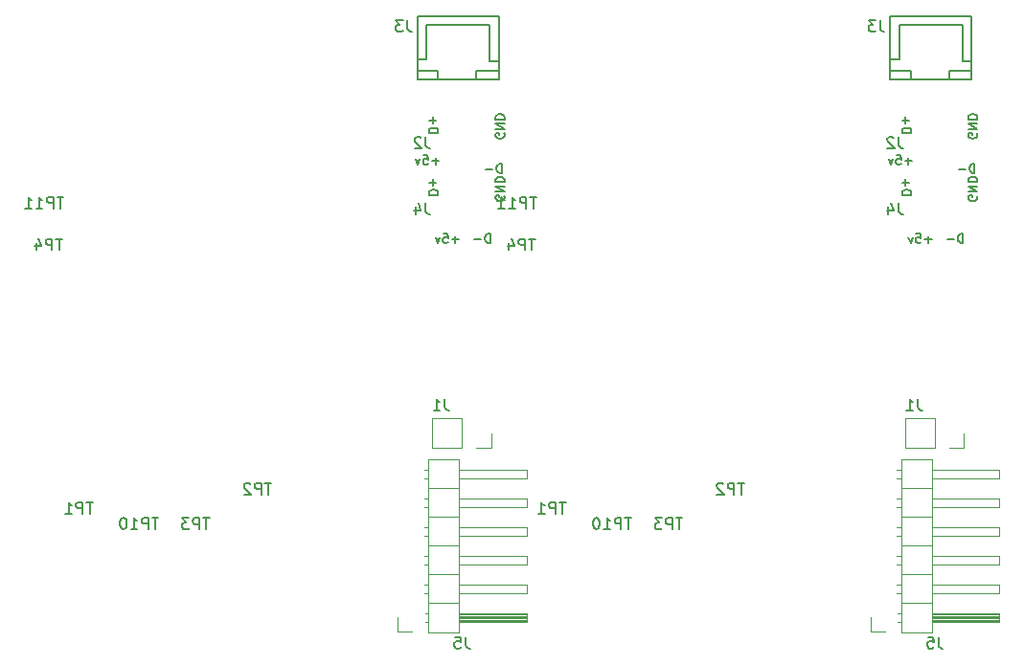
<source format=gbo>
G04 #@! TF.GenerationSoftware,KiCad,Pcbnew,5.0.0-fee4fd1~66~ubuntu16.04.1*
G04 #@! TF.CreationDate,2018-09-16T13:21:58+02:00*
G04 #@! TF.ProjectId,WiRoc_NanoPi_v1_Panelized,5769526F635F4E616E6F50695F76315F,rev?*
G04 #@! TF.SameCoordinates,Original*
G04 #@! TF.FileFunction,Legend,Bot*
G04 #@! TF.FilePolarity,Positive*
%FSLAX46Y46*%
G04 Gerber Fmt 4.6, Leading zero omitted, Abs format (unit mm)*
G04 Created by KiCad (PCBNEW 5.0.0-fee4fd1~66~ubuntu16.04.1) date Sun Sep 16 13:21:58 2018*
%MOMM*%
%LPD*%
G01*
G04 APERTURE LIST*
%ADD10C,0.120000*%
%ADD11C,0.150000*%
G04 APERTURE END LIST*
D10*
G04 #@! TO.C,J1*
X110540900Y-67391200D02*
X110540900Y-64731200D01*
X113140900Y-67391200D02*
X110540900Y-67391200D01*
X113140900Y-64731200D02*
X110540900Y-64731200D01*
X113140900Y-67391200D02*
X113140900Y-64731200D01*
X114410900Y-67391200D02*
X115740900Y-67391200D01*
X115740900Y-67391200D02*
X115740900Y-66061200D01*
G04 #@! TO.C,J5*
X110206000Y-83698000D02*
X110206000Y-68338000D01*
X110206000Y-68338000D02*
X112866000Y-68338000D01*
X112866000Y-68338000D02*
X112866000Y-83698000D01*
X112866000Y-83698000D02*
X110206000Y-83698000D01*
X112866000Y-82748000D02*
X118866000Y-82748000D01*
X118866000Y-82748000D02*
X118866000Y-81988000D01*
X118866000Y-81988000D02*
X112866000Y-81988000D01*
X112866000Y-82688000D02*
X118866000Y-82688000D01*
X112866000Y-82568000D02*
X118866000Y-82568000D01*
X112866000Y-82448000D02*
X118866000Y-82448000D01*
X112866000Y-82328000D02*
X118866000Y-82328000D01*
X112866000Y-82208000D02*
X118866000Y-82208000D01*
X112866000Y-82088000D02*
X118866000Y-82088000D01*
X109876000Y-82748000D02*
X110206000Y-82748000D01*
X109876000Y-81988000D02*
X110206000Y-81988000D01*
X110206000Y-81098000D02*
X112866000Y-81098000D01*
X112866000Y-80208000D02*
X118866000Y-80208000D01*
X118866000Y-80208000D02*
X118866000Y-79448000D01*
X118866000Y-79448000D02*
X112866000Y-79448000D01*
X109808929Y-80208000D02*
X110206000Y-80208000D01*
X109808929Y-79448000D02*
X110206000Y-79448000D01*
X110206000Y-78558000D02*
X112866000Y-78558000D01*
X112866000Y-77668000D02*
X118866000Y-77668000D01*
X118866000Y-77668000D02*
X118866000Y-76908000D01*
X118866000Y-76908000D02*
X112866000Y-76908000D01*
X109808929Y-77668000D02*
X110206000Y-77668000D01*
X109808929Y-76908000D02*
X110206000Y-76908000D01*
X110206000Y-76018000D02*
X112866000Y-76018000D01*
X112866000Y-75128000D02*
X118866000Y-75128000D01*
X118866000Y-75128000D02*
X118866000Y-74368000D01*
X118866000Y-74368000D02*
X112866000Y-74368000D01*
X109808929Y-75128000D02*
X110206000Y-75128000D01*
X109808929Y-74368000D02*
X110206000Y-74368000D01*
X110206000Y-73478000D02*
X112866000Y-73478000D01*
X112866000Y-72588000D02*
X118866000Y-72588000D01*
X118866000Y-72588000D02*
X118866000Y-71828000D01*
X118866000Y-71828000D02*
X112866000Y-71828000D01*
X109808929Y-72588000D02*
X110206000Y-72588000D01*
X109808929Y-71828000D02*
X110206000Y-71828000D01*
X110206000Y-70938000D02*
X112866000Y-70938000D01*
X112866000Y-70048000D02*
X118866000Y-70048000D01*
X118866000Y-70048000D02*
X118866000Y-69288000D01*
X118866000Y-69288000D02*
X112866000Y-69288000D01*
X109808929Y-70048000D02*
X110206000Y-70048000D01*
X109808929Y-69288000D02*
X110206000Y-69288000D01*
X107496000Y-82368000D02*
X107496000Y-83638000D01*
X107496000Y-83638000D02*
X108766000Y-83638000D01*
D11*
G04 #@! TO.C,J3*
X116409000Y-33948000D02*
X114409000Y-33948000D01*
X116409000Y-33148000D02*
X115609000Y-33148000D01*
X114409000Y-33948000D02*
X114409000Y-34748000D01*
X109209000Y-33948000D02*
X110609000Y-33948000D01*
X110609000Y-33948000D02*
X110809000Y-33948000D01*
X110809000Y-33948000D02*
X111009000Y-33948000D01*
X111009000Y-33948000D02*
X111009000Y-34548000D01*
X111009000Y-34548000D02*
X111009000Y-34748000D01*
X111009000Y-34748000D02*
X111009000Y-34548000D01*
X115609000Y-33148000D02*
X115609000Y-29948000D01*
X115609000Y-29948000D02*
X110009000Y-29948000D01*
X110009000Y-29948000D02*
X110009000Y-32948000D01*
X110009000Y-32948000D02*
X109209000Y-32948000D01*
X116409000Y-29148000D02*
X109209000Y-29148000D01*
X109209000Y-29148000D02*
X109209000Y-34748000D01*
X109209000Y-34748000D02*
X116409000Y-34748000D01*
X116409000Y-34748000D02*
X116409000Y-29148000D01*
X74609000Y-34748000D02*
X74609000Y-29148000D01*
X67409000Y-34748000D02*
X74609000Y-34748000D01*
X67409000Y-29148000D02*
X67409000Y-34748000D01*
X74609000Y-29148000D02*
X67409000Y-29148000D01*
X68209000Y-32948000D02*
X67409000Y-32948000D01*
X68209000Y-29948000D02*
X68209000Y-32948000D01*
X73809000Y-29948000D02*
X68209000Y-29948000D01*
X73809000Y-33148000D02*
X73809000Y-29948000D01*
X69209000Y-34748000D02*
X69209000Y-34548000D01*
X69209000Y-34548000D02*
X69209000Y-34748000D01*
X69209000Y-33948000D02*
X69209000Y-34548000D01*
X69009000Y-33948000D02*
X69209000Y-33948000D01*
X68809000Y-33948000D02*
X69009000Y-33948000D01*
X67409000Y-33948000D02*
X68809000Y-33948000D01*
X72609000Y-33948000D02*
X72609000Y-34748000D01*
X74609000Y-33148000D02*
X73809000Y-33148000D01*
X74609000Y-33948000D02*
X72609000Y-33948000D01*
D10*
G04 #@! TO.C,J1*
X73940900Y-67391200D02*
X73940900Y-66061200D01*
X72610900Y-67391200D02*
X73940900Y-67391200D01*
X71340900Y-67391200D02*
X71340900Y-64731200D01*
X71340900Y-64731200D02*
X68740900Y-64731200D01*
X71340900Y-67391200D02*
X68740900Y-67391200D01*
X68740900Y-67391200D02*
X68740900Y-64731200D01*
G04 #@! TO.C,J5*
X65696000Y-83638000D02*
X66966000Y-83638000D01*
X65696000Y-82368000D02*
X65696000Y-83638000D01*
X68008929Y-69288000D02*
X68406000Y-69288000D01*
X68008929Y-70048000D02*
X68406000Y-70048000D01*
X77066000Y-69288000D02*
X71066000Y-69288000D01*
X77066000Y-70048000D02*
X77066000Y-69288000D01*
X71066000Y-70048000D02*
X77066000Y-70048000D01*
X68406000Y-70938000D02*
X71066000Y-70938000D01*
X68008929Y-71828000D02*
X68406000Y-71828000D01*
X68008929Y-72588000D02*
X68406000Y-72588000D01*
X77066000Y-71828000D02*
X71066000Y-71828000D01*
X77066000Y-72588000D02*
X77066000Y-71828000D01*
X71066000Y-72588000D02*
X77066000Y-72588000D01*
X68406000Y-73478000D02*
X71066000Y-73478000D01*
X68008929Y-74368000D02*
X68406000Y-74368000D01*
X68008929Y-75128000D02*
X68406000Y-75128000D01*
X77066000Y-74368000D02*
X71066000Y-74368000D01*
X77066000Y-75128000D02*
X77066000Y-74368000D01*
X71066000Y-75128000D02*
X77066000Y-75128000D01*
X68406000Y-76018000D02*
X71066000Y-76018000D01*
X68008929Y-76908000D02*
X68406000Y-76908000D01*
X68008929Y-77668000D02*
X68406000Y-77668000D01*
X77066000Y-76908000D02*
X71066000Y-76908000D01*
X77066000Y-77668000D02*
X77066000Y-76908000D01*
X71066000Y-77668000D02*
X77066000Y-77668000D01*
X68406000Y-78558000D02*
X71066000Y-78558000D01*
X68008929Y-79448000D02*
X68406000Y-79448000D01*
X68008929Y-80208000D02*
X68406000Y-80208000D01*
X77066000Y-79448000D02*
X71066000Y-79448000D01*
X77066000Y-80208000D02*
X77066000Y-79448000D01*
X71066000Y-80208000D02*
X77066000Y-80208000D01*
X68406000Y-81098000D02*
X71066000Y-81098000D01*
X68076000Y-81988000D02*
X68406000Y-81988000D01*
X68076000Y-82748000D02*
X68406000Y-82748000D01*
X71066000Y-82088000D02*
X77066000Y-82088000D01*
X71066000Y-82208000D02*
X77066000Y-82208000D01*
X71066000Y-82328000D02*
X77066000Y-82328000D01*
X71066000Y-82448000D02*
X77066000Y-82448000D01*
X71066000Y-82568000D02*
X77066000Y-82568000D01*
X71066000Y-82688000D02*
X77066000Y-82688000D01*
X77066000Y-81988000D02*
X71066000Y-81988000D01*
X77066000Y-82748000D02*
X77066000Y-81988000D01*
X71066000Y-82748000D02*
X77066000Y-82748000D01*
X71066000Y-83698000D02*
X68406000Y-83698000D01*
X71066000Y-68338000D02*
X71066000Y-83698000D01*
X68406000Y-68338000D02*
X71066000Y-68338000D01*
X68406000Y-83698000D02*
X68406000Y-68338000D01*
G04 #@! TO.C,J1*
D11*
X111642973Y-63028700D02*
X111642973Y-63742986D01*
X111690592Y-63885843D01*
X111785830Y-63981081D01*
X111928687Y-64028700D01*
X112023925Y-64028700D01*
X110642973Y-64028700D02*
X111214401Y-64028700D01*
X110928687Y-64028700D02*
X110928687Y-63028700D01*
X111023925Y-63171558D01*
X111119163Y-63266796D01*
X111214401Y-63314415D01*
G04 #@! TO.C,TP10*
X86324395Y-73531480D02*
X85752966Y-73531480D01*
X86038680Y-74531480D02*
X86038680Y-73531480D01*
X85419633Y-74531480D02*
X85419633Y-73531480D01*
X85038680Y-73531480D01*
X84943442Y-73579100D01*
X84895823Y-73626719D01*
X84848204Y-73721957D01*
X84848204Y-73864814D01*
X84895823Y-73960052D01*
X84943442Y-74007671D01*
X85038680Y-74055290D01*
X85419633Y-74055290D01*
X83895823Y-74531480D02*
X84467252Y-74531480D01*
X84181538Y-74531480D02*
X84181538Y-73531480D01*
X84276776Y-73674338D01*
X84372014Y-73769576D01*
X84467252Y-73817195D01*
X83276776Y-73531480D02*
X83181538Y-73531480D01*
X83086300Y-73579100D01*
X83038680Y-73626719D01*
X82991061Y-73721957D01*
X82943442Y-73912433D01*
X82943442Y-74150528D01*
X82991061Y-74341004D01*
X83038680Y-74436242D01*
X83086300Y-74483861D01*
X83181538Y-74531480D01*
X83276776Y-74531480D01*
X83372014Y-74483861D01*
X83419633Y-74436242D01*
X83467252Y-74341004D01*
X83514871Y-74150528D01*
X83514871Y-73912433D01*
X83467252Y-73721957D01*
X83419633Y-73626719D01*
X83372014Y-73579100D01*
X83276776Y-73531480D01*
G04 #@! TO.C,TP1*
X80526904Y-72164960D02*
X79955476Y-72164960D01*
X80241190Y-73164960D02*
X80241190Y-72164960D01*
X79622142Y-73164960D02*
X79622142Y-72164960D01*
X79241190Y-72164960D01*
X79145952Y-72212580D01*
X79098333Y-72260199D01*
X79050714Y-72355437D01*
X79050714Y-72498294D01*
X79098333Y-72593532D01*
X79145952Y-72641151D01*
X79241190Y-72688770D01*
X79622142Y-72688770D01*
X78098333Y-73164960D02*
X78669761Y-73164960D01*
X78384047Y-73164960D02*
X78384047Y-72164960D01*
X78479285Y-72307818D01*
X78574523Y-72403056D01*
X78669761Y-72450675D01*
G04 #@! TO.C,TP11*
X77937315Y-45154600D02*
X77365886Y-45154600D01*
X77651600Y-46154600D02*
X77651600Y-45154600D01*
X77032553Y-46154600D02*
X77032553Y-45154600D01*
X76651600Y-45154600D01*
X76556362Y-45202220D01*
X76508743Y-45249839D01*
X76461124Y-45345077D01*
X76461124Y-45487934D01*
X76508743Y-45583172D01*
X76556362Y-45630791D01*
X76651600Y-45678410D01*
X77032553Y-45678410D01*
X75508743Y-46154600D02*
X76080172Y-46154600D01*
X75794458Y-46154600D02*
X75794458Y-45154600D01*
X75889696Y-45297458D01*
X75984934Y-45392696D01*
X76080172Y-45440315D01*
X74556362Y-46154600D02*
X75127791Y-46154600D01*
X74842077Y-46154600D02*
X74842077Y-45154600D01*
X74937315Y-45297458D01*
X75032553Y-45392696D01*
X75127791Y-45440315D01*
G04 #@! TO.C,J2*
X109951333Y-39838380D02*
X109951333Y-40552666D01*
X109998952Y-40695523D01*
X110094190Y-40790761D01*
X110237047Y-40838380D01*
X110332285Y-40838380D01*
X109522761Y-39933619D02*
X109475142Y-39886000D01*
X109379904Y-39838380D01*
X109141809Y-39838380D01*
X109046571Y-39886000D01*
X108998952Y-39933619D01*
X108951333Y-40028857D01*
X108951333Y-40124095D01*
X108998952Y-40266952D01*
X109570380Y-40838380D01*
X108951333Y-40838380D01*
X111116476Y-41967142D02*
X110506952Y-41967142D01*
X110811714Y-42271904D02*
X110811714Y-41662380D01*
X109745047Y-41471904D02*
X110126000Y-41471904D01*
X110164095Y-41852857D01*
X110126000Y-41814761D01*
X110049809Y-41776666D01*
X109859333Y-41776666D01*
X109783142Y-41814761D01*
X109745047Y-41852857D01*
X109706952Y-41929047D01*
X109706952Y-42119523D01*
X109745047Y-42195714D01*
X109783142Y-42233809D01*
X109859333Y-42271904D01*
X110049809Y-42271904D01*
X110126000Y-42233809D01*
X110164095Y-42195714D01*
X109440285Y-41738571D02*
X109249809Y-42271904D01*
X109059333Y-41738571D01*
X116672761Y-43033904D02*
X116672761Y-42233904D01*
X116482285Y-42233904D01*
X116368000Y-42272000D01*
X116291809Y-42348190D01*
X116253714Y-42424380D01*
X116215619Y-42576761D01*
X116215619Y-42691047D01*
X116253714Y-42843428D01*
X116291809Y-42919619D01*
X116368000Y-42995809D01*
X116482285Y-43033904D01*
X116672761Y-43033904D01*
X115872761Y-42729142D02*
X115263238Y-42729142D01*
X116876000Y-39517523D02*
X116914095Y-39593714D01*
X116914095Y-39708000D01*
X116876000Y-39822285D01*
X116799809Y-39898476D01*
X116723619Y-39936571D01*
X116571238Y-39974666D01*
X116456952Y-39974666D01*
X116304571Y-39936571D01*
X116228380Y-39898476D01*
X116152190Y-39822285D01*
X116114095Y-39708000D01*
X116114095Y-39631809D01*
X116152190Y-39517523D01*
X116190285Y-39479428D01*
X116456952Y-39479428D01*
X116456952Y-39631809D01*
X116114095Y-39136571D02*
X116914095Y-39136571D01*
X116114095Y-38679428D01*
X116914095Y-38679428D01*
X116114095Y-38298476D02*
X116914095Y-38298476D01*
X116914095Y-38108000D01*
X116876000Y-37993714D01*
X116799809Y-37917523D01*
X116723619Y-37879428D01*
X116571238Y-37841333D01*
X116456952Y-37841333D01*
X116304571Y-37879428D01*
X116228380Y-37917523D01*
X116152190Y-37993714D01*
X116114095Y-38108000D01*
X116114095Y-38298476D01*
X110253095Y-39485761D02*
X111053095Y-39485761D01*
X111053095Y-39295285D01*
X111015000Y-39181000D01*
X110938809Y-39104809D01*
X110862619Y-39066714D01*
X110710238Y-39028619D01*
X110595952Y-39028619D01*
X110443571Y-39066714D01*
X110367380Y-39104809D01*
X110291190Y-39181000D01*
X110253095Y-39295285D01*
X110253095Y-39485761D01*
X110557857Y-38685761D02*
X110557857Y-38076238D01*
X110253095Y-38381000D02*
X110862619Y-38381000D01*
G04 #@! TO.C,TP2*
X96305384Y-70465700D02*
X95733956Y-70465700D01*
X96019670Y-71465700D02*
X96019670Y-70465700D01*
X95400622Y-71465700D02*
X95400622Y-70465700D01*
X95019670Y-70465700D01*
X94924432Y-70513320D01*
X94876813Y-70560939D01*
X94829194Y-70656177D01*
X94829194Y-70799034D01*
X94876813Y-70894272D01*
X94924432Y-70941891D01*
X95019670Y-70989510D01*
X95400622Y-70989510D01*
X94448241Y-70560939D02*
X94400622Y-70513320D01*
X94305384Y-70465700D01*
X94067289Y-70465700D01*
X93972051Y-70513320D01*
X93924432Y-70560939D01*
X93876813Y-70656177D01*
X93876813Y-70751415D01*
X93924432Y-70894272D01*
X94495860Y-71465700D01*
X93876813Y-71465700D01*
G04 #@! TO.C,J5*
X113484333Y-84090380D02*
X113484333Y-84804666D01*
X113531952Y-84947523D01*
X113627190Y-85042761D01*
X113770047Y-85090380D01*
X113865285Y-85090380D01*
X112531952Y-84090380D02*
X113008142Y-84090380D01*
X113055761Y-84566571D01*
X113008142Y-84518952D01*
X112912904Y-84471333D01*
X112674809Y-84471333D01*
X112579571Y-84518952D01*
X112531952Y-84566571D01*
X112484333Y-84661809D01*
X112484333Y-84899904D01*
X112531952Y-84995142D01*
X112579571Y-85042761D01*
X112674809Y-85090380D01*
X112912904Y-85090380D01*
X113008142Y-85042761D01*
X113055761Y-84995142D01*
G04 #@! TO.C,J3*
X108311533Y-29524180D02*
X108311533Y-30238466D01*
X108359152Y-30381323D01*
X108454390Y-30476561D01*
X108597247Y-30524180D01*
X108692485Y-30524180D01*
X107930580Y-29524180D02*
X107311533Y-29524180D01*
X107644866Y-29905133D01*
X107502009Y-29905133D01*
X107406771Y-29952752D01*
X107359152Y-30000371D01*
X107311533Y-30095609D01*
X107311533Y-30333704D01*
X107359152Y-30428942D01*
X107406771Y-30476561D01*
X107502009Y-30524180D01*
X107787723Y-30524180D01*
X107882961Y-30476561D01*
X107930580Y-30428942D01*
G04 #@! TO.C,J4*
X109951333Y-45680380D02*
X109951333Y-46394666D01*
X109998952Y-46537523D01*
X110094190Y-46632761D01*
X110237047Y-46680380D01*
X110332285Y-46680380D01*
X109046571Y-46013714D02*
X109046571Y-46680380D01*
X109284666Y-45632761D02*
X109522761Y-46347047D01*
X108903714Y-46347047D01*
X110253095Y-44985761D02*
X111053095Y-44985761D01*
X111053095Y-44795285D01*
X111015000Y-44681000D01*
X110938809Y-44604809D01*
X110862619Y-44566714D01*
X110710238Y-44528619D01*
X110595952Y-44528619D01*
X110443571Y-44566714D01*
X110367380Y-44604809D01*
X110291190Y-44681000D01*
X110253095Y-44795285D01*
X110253095Y-44985761D01*
X110557857Y-44185761D02*
X110557857Y-43576238D01*
X110253095Y-43881000D02*
X110862619Y-43881000D01*
X116876000Y-45059523D02*
X116914095Y-45135714D01*
X116914095Y-45250000D01*
X116876000Y-45364285D01*
X116799809Y-45440476D01*
X116723619Y-45478571D01*
X116571238Y-45516666D01*
X116456952Y-45516666D01*
X116304571Y-45478571D01*
X116228380Y-45440476D01*
X116152190Y-45364285D01*
X116114095Y-45250000D01*
X116114095Y-45173809D01*
X116152190Y-45059523D01*
X116190285Y-45021428D01*
X116456952Y-45021428D01*
X116456952Y-45173809D01*
X116114095Y-44678571D02*
X116914095Y-44678571D01*
X116114095Y-44221428D01*
X116914095Y-44221428D01*
X116114095Y-43840476D02*
X116914095Y-43840476D01*
X116914095Y-43650000D01*
X116876000Y-43535714D01*
X116799809Y-43459523D01*
X116723619Y-43421428D01*
X116571238Y-43383333D01*
X116456952Y-43383333D01*
X116304571Y-43421428D01*
X116228380Y-43459523D01*
X116152190Y-43535714D01*
X116114095Y-43650000D01*
X116114095Y-43840476D01*
X115637761Y-49214904D02*
X115637761Y-48414904D01*
X115447285Y-48414904D01*
X115333000Y-48453000D01*
X115256809Y-48529190D01*
X115218714Y-48605380D01*
X115180619Y-48757761D01*
X115180619Y-48872047D01*
X115218714Y-49024428D01*
X115256809Y-49100619D01*
X115333000Y-49176809D01*
X115447285Y-49214904D01*
X115637761Y-49214904D01*
X114837761Y-48910142D02*
X114228238Y-48910142D01*
X112875476Y-48910142D02*
X112265952Y-48910142D01*
X112570714Y-49214904D02*
X112570714Y-48605380D01*
X111504047Y-48414904D02*
X111885000Y-48414904D01*
X111923095Y-48795857D01*
X111885000Y-48757761D01*
X111808809Y-48719666D01*
X111618333Y-48719666D01*
X111542142Y-48757761D01*
X111504047Y-48795857D01*
X111465952Y-48872047D01*
X111465952Y-49062523D01*
X111504047Y-49138714D01*
X111542142Y-49176809D01*
X111618333Y-49214904D01*
X111808809Y-49214904D01*
X111885000Y-49176809D01*
X111923095Y-49138714D01*
X111199285Y-48681571D02*
X111008809Y-49214904D01*
X110818333Y-48681571D01*
G04 #@! TO.C,TP4*
X77837044Y-48855380D02*
X77265616Y-48855380D01*
X77551330Y-49855380D02*
X77551330Y-48855380D01*
X76932282Y-49855380D02*
X76932282Y-48855380D01*
X76551330Y-48855380D01*
X76456092Y-48903000D01*
X76408473Y-48950619D01*
X76360854Y-49045857D01*
X76360854Y-49188714D01*
X76408473Y-49283952D01*
X76456092Y-49331571D01*
X76551330Y-49379190D01*
X76932282Y-49379190D01*
X75503711Y-49188714D02*
X75503711Y-49855380D01*
X75741806Y-48807761D02*
X75979901Y-49522047D01*
X75360854Y-49522047D01*
G04 #@! TO.C,TP3*
X90836764Y-73569580D02*
X90265336Y-73569580D01*
X90551050Y-74569580D02*
X90551050Y-73569580D01*
X89932002Y-74569580D02*
X89932002Y-73569580D01*
X89551050Y-73569580D01*
X89455812Y-73617200D01*
X89408193Y-73664819D01*
X89360574Y-73760057D01*
X89360574Y-73902914D01*
X89408193Y-73998152D01*
X89455812Y-74045771D01*
X89551050Y-74093390D01*
X89932002Y-74093390D01*
X89027240Y-73569580D02*
X88408193Y-73569580D01*
X88741526Y-73950533D01*
X88598669Y-73950533D01*
X88503431Y-73998152D01*
X88455812Y-74045771D01*
X88408193Y-74141009D01*
X88408193Y-74379104D01*
X88455812Y-74474342D01*
X88503431Y-74521961D01*
X88598669Y-74569580D01*
X88884383Y-74569580D01*
X88979621Y-74521961D01*
X89027240Y-74474342D01*
G04 #@! TO.C,J3*
X66511533Y-29524180D02*
X66511533Y-30238466D01*
X66559152Y-30381323D01*
X66654390Y-30476561D01*
X66797247Y-30524180D01*
X66892485Y-30524180D01*
X66130580Y-29524180D02*
X65511533Y-29524180D01*
X65844866Y-29905133D01*
X65702009Y-29905133D01*
X65606771Y-29952752D01*
X65559152Y-30000371D01*
X65511533Y-30095609D01*
X65511533Y-30333704D01*
X65559152Y-30428942D01*
X65606771Y-30476561D01*
X65702009Y-30524180D01*
X65987723Y-30524180D01*
X66082961Y-30476561D01*
X66130580Y-30428942D01*
G04 #@! TO.C,J1*
X69842973Y-63028700D02*
X69842973Y-63742986D01*
X69890592Y-63885843D01*
X69985830Y-63981081D01*
X70128687Y-64028700D01*
X70223925Y-64028700D01*
X68842973Y-64028700D02*
X69414401Y-64028700D01*
X69128687Y-64028700D02*
X69128687Y-63028700D01*
X69223925Y-63171558D01*
X69319163Y-63266796D01*
X69414401Y-63314415D01*
G04 #@! TO.C,J5*
X71684333Y-84090380D02*
X71684333Y-84804666D01*
X71731952Y-84947523D01*
X71827190Y-85042761D01*
X71970047Y-85090380D01*
X72065285Y-85090380D01*
X70731952Y-84090380D02*
X71208142Y-84090380D01*
X71255761Y-84566571D01*
X71208142Y-84518952D01*
X71112904Y-84471333D01*
X70874809Y-84471333D01*
X70779571Y-84518952D01*
X70731952Y-84566571D01*
X70684333Y-84661809D01*
X70684333Y-84899904D01*
X70731952Y-84995142D01*
X70779571Y-85042761D01*
X70874809Y-85090380D01*
X71112904Y-85090380D01*
X71208142Y-85042761D01*
X71255761Y-84995142D01*
G04 #@! TO.C,J2*
X68151333Y-39838380D02*
X68151333Y-40552666D01*
X68198952Y-40695523D01*
X68294190Y-40790761D01*
X68437047Y-40838380D01*
X68532285Y-40838380D01*
X67722761Y-39933619D02*
X67675142Y-39886000D01*
X67579904Y-39838380D01*
X67341809Y-39838380D01*
X67246571Y-39886000D01*
X67198952Y-39933619D01*
X67151333Y-40028857D01*
X67151333Y-40124095D01*
X67198952Y-40266952D01*
X67770380Y-40838380D01*
X67151333Y-40838380D01*
X68453095Y-39485761D02*
X69253095Y-39485761D01*
X69253095Y-39295285D01*
X69215000Y-39181000D01*
X69138809Y-39104809D01*
X69062619Y-39066714D01*
X68910238Y-39028619D01*
X68795952Y-39028619D01*
X68643571Y-39066714D01*
X68567380Y-39104809D01*
X68491190Y-39181000D01*
X68453095Y-39295285D01*
X68453095Y-39485761D01*
X68757857Y-38685761D02*
X68757857Y-38076238D01*
X68453095Y-38381000D02*
X69062619Y-38381000D01*
X75076000Y-39517523D02*
X75114095Y-39593714D01*
X75114095Y-39708000D01*
X75076000Y-39822285D01*
X74999809Y-39898476D01*
X74923619Y-39936571D01*
X74771238Y-39974666D01*
X74656952Y-39974666D01*
X74504571Y-39936571D01*
X74428380Y-39898476D01*
X74352190Y-39822285D01*
X74314095Y-39708000D01*
X74314095Y-39631809D01*
X74352190Y-39517523D01*
X74390285Y-39479428D01*
X74656952Y-39479428D01*
X74656952Y-39631809D01*
X74314095Y-39136571D02*
X75114095Y-39136571D01*
X74314095Y-38679428D01*
X75114095Y-38679428D01*
X74314095Y-38298476D02*
X75114095Y-38298476D01*
X75114095Y-38108000D01*
X75076000Y-37993714D01*
X74999809Y-37917523D01*
X74923619Y-37879428D01*
X74771238Y-37841333D01*
X74656952Y-37841333D01*
X74504571Y-37879428D01*
X74428380Y-37917523D01*
X74352190Y-37993714D01*
X74314095Y-38108000D01*
X74314095Y-38298476D01*
X74872761Y-43033904D02*
X74872761Y-42233904D01*
X74682285Y-42233904D01*
X74568000Y-42272000D01*
X74491809Y-42348190D01*
X74453714Y-42424380D01*
X74415619Y-42576761D01*
X74415619Y-42691047D01*
X74453714Y-42843428D01*
X74491809Y-42919619D01*
X74568000Y-42995809D01*
X74682285Y-43033904D01*
X74872761Y-43033904D01*
X74072761Y-42729142D02*
X73463238Y-42729142D01*
X69316476Y-41967142D02*
X68706952Y-41967142D01*
X69011714Y-42271904D02*
X69011714Y-41662380D01*
X67945047Y-41471904D02*
X68326000Y-41471904D01*
X68364095Y-41852857D01*
X68326000Y-41814761D01*
X68249809Y-41776666D01*
X68059333Y-41776666D01*
X67983142Y-41814761D01*
X67945047Y-41852857D01*
X67906952Y-41929047D01*
X67906952Y-42119523D01*
X67945047Y-42195714D01*
X67983142Y-42233809D01*
X68059333Y-42271904D01*
X68249809Y-42271904D01*
X68326000Y-42233809D01*
X68364095Y-42195714D01*
X67640285Y-41738571D02*
X67449809Y-42271904D01*
X67259333Y-41738571D01*
G04 #@! TO.C,TP1*
X38726904Y-72164960D02*
X38155476Y-72164960D01*
X38441190Y-73164960D02*
X38441190Y-72164960D01*
X37822142Y-73164960D02*
X37822142Y-72164960D01*
X37441190Y-72164960D01*
X37345952Y-72212580D01*
X37298333Y-72260199D01*
X37250714Y-72355437D01*
X37250714Y-72498294D01*
X37298333Y-72593532D01*
X37345952Y-72641151D01*
X37441190Y-72688770D01*
X37822142Y-72688770D01*
X36298333Y-73164960D02*
X36869761Y-73164960D01*
X36584047Y-73164960D02*
X36584047Y-72164960D01*
X36679285Y-72307818D01*
X36774523Y-72403056D01*
X36869761Y-72450675D01*
G04 #@! TO.C,TP2*
X54505384Y-70465700D02*
X53933956Y-70465700D01*
X54219670Y-71465700D02*
X54219670Y-70465700D01*
X53600622Y-71465700D02*
X53600622Y-70465700D01*
X53219670Y-70465700D01*
X53124432Y-70513320D01*
X53076813Y-70560939D01*
X53029194Y-70656177D01*
X53029194Y-70799034D01*
X53076813Y-70894272D01*
X53124432Y-70941891D01*
X53219670Y-70989510D01*
X53600622Y-70989510D01*
X52648241Y-70560939D02*
X52600622Y-70513320D01*
X52505384Y-70465700D01*
X52267289Y-70465700D01*
X52172051Y-70513320D01*
X52124432Y-70560939D01*
X52076813Y-70656177D01*
X52076813Y-70751415D01*
X52124432Y-70894272D01*
X52695860Y-71465700D01*
X52076813Y-71465700D01*
G04 #@! TO.C,TP3*
X49036764Y-73569580D02*
X48465336Y-73569580D01*
X48751050Y-74569580D02*
X48751050Y-73569580D01*
X48132002Y-74569580D02*
X48132002Y-73569580D01*
X47751050Y-73569580D01*
X47655812Y-73617200D01*
X47608193Y-73664819D01*
X47560574Y-73760057D01*
X47560574Y-73902914D01*
X47608193Y-73998152D01*
X47655812Y-74045771D01*
X47751050Y-74093390D01*
X48132002Y-74093390D01*
X47227240Y-73569580D02*
X46608193Y-73569580D01*
X46941526Y-73950533D01*
X46798669Y-73950533D01*
X46703431Y-73998152D01*
X46655812Y-74045771D01*
X46608193Y-74141009D01*
X46608193Y-74379104D01*
X46655812Y-74474342D01*
X46703431Y-74521961D01*
X46798669Y-74569580D01*
X47084383Y-74569580D01*
X47179621Y-74521961D01*
X47227240Y-74474342D01*
G04 #@! TO.C,TP4*
X36037044Y-48855380D02*
X35465616Y-48855380D01*
X35751330Y-49855380D02*
X35751330Y-48855380D01*
X35132282Y-49855380D02*
X35132282Y-48855380D01*
X34751330Y-48855380D01*
X34656092Y-48903000D01*
X34608473Y-48950619D01*
X34560854Y-49045857D01*
X34560854Y-49188714D01*
X34608473Y-49283952D01*
X34656092Y-49331571D01*
X34751330Y-49379190D01*
X35132282Y-49379190D01*
X33703711Y-49188714D02*
X33703711Y-49855380D01*
X33941806Y-48807761D02*
X34179901Y-49522047D01*
X33560854Y-49522047D01*
G04 #@! TO.C,TP10*
X44524395Y-73531480D02*
X43952966Y-73531480D01*
X44238680Y-74531480D02*
X44238680Y-73531480D01*
X43619633Y-74531480D02*
X43619633Y-73531480D01*
X43238680Y-73531480D01*
X43143442Y-73579100D01*
X43095823Y-73626719D01*
X43048204Y-73721957D01*
X43048204Y-73864814D01*
X43095823Y-73960052D01*
X43143442Y-74007671D01*
X43238680Y-74055290D01*
X43619633Y-74055290D01*
X42095823Y-74531480D02*
X42667252Y-74531480D01*
X42381538Y-74531480D02*
X42381538Y-73531480D01*
X42476776Y-73674338D01*
X42572014Y-73769576D01*
X42667252Y-73817195D01*
X41476776Y-73531480D02*
X41381538Y-73531480D01*
X41286300Y-73579100D01*
X41238680Y-73626719D01*
X41191061Y-73721957D01*
X41143442Y-73912433D01*
X41143442Y-74150528D01*
X41191061Y-74341004D01*
X41238680Y-74436242D01*
X41286300Y-74483861D01*
X41381538Y-74531480D01*
X41476776Y-74531480D01*
X41572014Y-74483861D01*
X41619633Y-74436242D01*
X41667252Y-74341004D01*
X41714871Y-74150528D01*
X41714871Y-73912433D01*
X41667252Y-73721957D01*
X41619633Y-73626719D01*
X41572014Y-73579100D01*
X41476776Y-73531480D01*
G04 #@! TO.C,TP11*
X36137315Y-45154600D02*
X35565886Y-45154600D01*
X35851600Y-46154600D02*
X35851600Y-45154600D01*
X35232553Y-46154600D02*
X35232553Y-45154600D01*
X34851600Y-45154600D01*
X34756362Y-45202220D01*
X34708743Y-45249839D01*
X34661124Y-45345077D01*
X34661124Y-45487934D01*
X34708743Y-45583172D01*
X34756362Y-45630791D01*
X34851600Y-45678410D01*
X35232553Y-45678410D01*
X33708743Y-46154600D02*
X34280172Y-46154600D01*
X33994458Y-46154600D02*
X33994458Y-45154600D01*
X34089696Y-45297458D01*
X34184934Y-45392696D01*
X34280172Y-45440315D01*
X32756362Y-46154600D02*
X33327791Y-46154600D01*
X33042077Y-46154600D02*
X33042077Y-45154600D01*
X33137315Y-45297458D01*
X33232553Y-45392696D01*
X33327791Y-45440315D01*
G04 #@! TO.C,J4*
X68151333Y-45680380D02*
X68151333Y-46394666D01*
X68198952Y-46537523D01*
X68294190Y-46632761D01*
X68437047Y-46680380D01*
X68532285Y-46680380D01*
X67246571Y-46013714D02*
X67246571Y-46680380D01*
X67484666Y-45632761D02*
X67722761Y-46347047D01*
X67103714Y-46347047D01*
X71075476Y-48910142D02*
X70465952Y-48910142D01*
X70770714Y-49214904D02*
X70770714Y-48605380D01*
X69704047Y-48414904D02*
X70085000Y-48414904D01*
X70123095Y-48795857D01*
X70085000Y-48757761D01*
X70008809Y-48719666D01*
X69818333Y-48719666D01*
X69742142Y-48757761D01*
X69704047Y-48795857D01*
X69665952Y-48872047D01*
X69665952Y-49062523D01*
X69704047Y-49138714D01*
X69742142Y-49176809D01*
X69818333Y-49214904D01*
X70008809Y-49214904D01*
X70085000Y-49176809D01*
X70123095Y-49138714D01*
X69399285Y-48681571D02*
X69208809Y-49214904D01*
X69018333Y-48681571D01*
X73837761Y-49214904D02*
X73837761Y-48414904D01*
X73647285Y-48414904D01*
X73533000Y-48453000D01*
X73456809Y-48529190D01*
X73418714Y-48605380D01*
X73380619Y-48757761D01*
X73380619Y-48872047D01*
X73418714Y-49024428D01*
X73456809Y-49100619D01*
X73533000Y-49176809D01*
X73647285Y-49214904D01*
X73837761Y-49214904D01*
X73037761Y-48910142D02*
X72428238Y-48910142D01*
X75076000Y-45059523D02*
X75114095Y-45135714D01*
X75114095Y-45250000D01*
X75076000Y-45364285D01*
X74999809Y-45440476D01*
X74923619Y-45478571D01*
X74771238Y-45516666D01*
X74656952Y-45516666D01*
X74504571Y-45478571D01*
X74428380Y-45440476D01*
X74352190Y-45364285D01*
X74314095Y-45250000D01*
X74314095Y-45173809D01*
X74352190Y-45059523D01*
X74390285Y-45021428D01*
X74656952Y-45021428D01*
X74656952Y-45173809D01*
X74314095Y-44678571D02*
X75114095Y-44678571D01*
X74314095Y-44221428D01*
X75114095Y-44221428D01*
X74314095Y-43840476D02*
X75114095Y-43840476D01*
X75114095Y-43650000D01*
X75076000Y-43535714D01*
X74999809Y-43459523D01*
X74923619Y-43421428D01*
X74771238Y-43383333D01*
X74656952Y-43383333D01*
X74504571Y-43421428D01*
X74428380Y-43459523D01*
X74352190Y-43535714D01*
X74314095Y-43650000D01*
X74314095Y-43840476D01*
X68453095Y-44985761D02*
X69253095Y-44985761D01*
X69253095Y-44795285D01*
X69215000Y-44681000D01*
X69138809Y-44604809D01*
X69062619Y-44566714D01*
X68910238Y-44528619D01*
X68795952Y-44528619D01*
X68643571Y-44566714D01*
X68567380Y-44604809D01*
X68491190Y-44681000D01*
X68453095Y-44795285D01*
X68453095Y-44985761D01*
X68757857Y-44185761D02*
X68757857Y-43576238D01*
X68453095Y-43881000D02*
X69062619Y-43881000D01*
G04 #@! TD*
M02*

</source>
